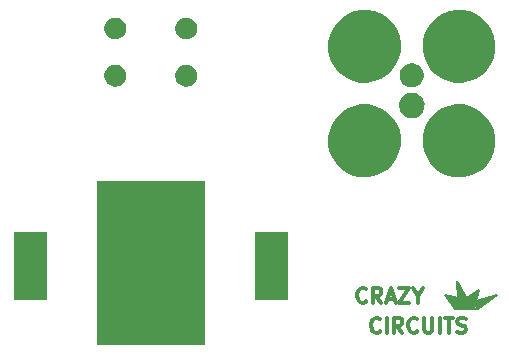
<source format=gts>
%TF.GenerationSoftware,KiCad,Pcbnew,4.0.7-e2-6376~58~ubuntu16.04.1*%
%TF.CreationDate,2017-10-07T16:10:48-07:00*%
%TF.ProjectId,10mmLED-Button-Battery,31306D6D4C45442D427574746F6E2D42,v1.2*%
%TF.FileFunction,Soldermask,Top*%
%FSLAX46Y46*%
G04 Gerber Fmt 4.6, Leading zero omitted, Abs format (unit mm)*
G04 Created by KiCad (PCBNEW 4.0.7-e2-6376~58~ubuntu16.04.1) date Sat Oct  7 16:10:48 2017*
%MOMM*%
%LPD*%
G01*
G04 APERTURE LIST*
%ADD10C,0.350000*%
%ADD11C,0.317500*%
%ADD12C,0.152400*%
%ADD13C,0.254000*%
G04 APERTURE END LIST*
D10*
D11*
X57191124Y-58949771D02*
X57130648Y-59010248D01*
X56949219Y-59070724D01*
X56828267Y-59070724D01*
X56646839Y-59010248D01*
X56525886Y-58889295D01*
X56465410Y-58768343D01*
X56404934Y-58526438D01*
X56404934Y-58345010D01*
X56465410Y-58103105D01*
X56525886Y-57982152D01*
X56646839Y-57861200D01*
X56828267Y-57800724D01*
X56949219Y-57800724D01*
X57130648Y-57861200D01*
X57191124Y-57921676D01*
X57735410Y-59070724D02*
X57735410Y-57800724D01*
X59065886Y-59070724D02*
X58642553Y-58465962D01*
X58340172Y-59070724D02*
X58340172Y-57800724D01*
X58823981Y-57800724D01*
X58944934Y-57861200D01*
X59005410Y-57921676D01*
X59065886Y-58042629D01*
X59065886Y-58224057D01*
X59005410Y-58345010D01*
X58944934Y-58405486D01*
X58823981Y-58465962D01*
X58340172Y-58465962D01*
X60335886Y-58949771D02*
X60275410Y-59010248D01*
X60093981Y-59070724D01*
X59973029Y-59070724D01*
X59791601Y-59010248D01*
X59670648Y-58889295D01*
X59610172Y-58768343D01*
X59549696Y-58526438D01*
X59549696Y-58345010D01*
X59610172Y-58103105D01*
X59670648Y-57982152D01*
X59791601Y-57861200D01*
X59973029Y-57800724D01*
X60093981Y-57800724D01*
X60275410Y-57861200D01*
X60335886Y-57921676D01*
X60880172Y-57800724D02*
X60880172Y-58828819D01*
X60940648Y-58949771D01*
X61001124Y-59010248D01*
X61122077Y-59070724D01*
X61363981Y-59070724D01*
X61484934Y-59010248D01*
X61545410Y-58949771D01*
X61605886Y-58828819D01*
X61605886Y-57800724D01*
X62210648Y-59070724D02*
X62210648Y-57800724D01*
X62633981Y-57800724D02*
X63359696Y-57800724D01*
X62996839Y-59070724D02*
X62996839Y-57800724D01*
X63722553Y-59010248D02*
X63903981Y-59070724D01*
X64206362Y-59070724D01*
X64327315Y-59010248D01*
X64387791Y-58949771D01*
X64448267Y-58828819D01*
X64448267Y-58707867D01*
X64387791Y-58586914D01*
X64327315Y-58526438D01*
X64206362Y-58465962D01*
X63964458Y-58405486D01*
X63843505Y-58345010D01*
X63783029Y-58284533D01*
X63722553Y-58163581D01*
X63722553Y-58042629D01*
X63783029Y-57921676D01*
X63843505Y-57861200D01*
X63964458Y-57800724D01*
X64266838Y-57800724D01*
X64448267Y-57861200D01*
X56014862Y-56409771D02*
X55954386Y-56470248D01*
X55772957Y-56530724D01*
X55652005Y-56530724D01*
X55470577Y-56470248D01*
X55349624Y-56349295D01*
X55289148Y-56228343D01*
X55228672Y-55986438D01*
X55228672Y-55805010D01*
X55289148Y-55563105D01*
X55349624Y-55442152D01*
X55470577Y-55321200D01*
X55652005Y-55260724D01*
X55772957Y-55260724D01*
X55954386Y-55321200D01*
X56014862Y-55381676D01*
X57284862Y-56530724D02*
X56861529Y-55925962D01*
X56559148Y-56530724D02*
X56559148Y-55260724D01*
X57042957Y-55260724D01*
X57163910Y-55321200D01*
X57224386Y-55381676D01*
X57284862Y-55502629D01*
X57284862Y-55684057D01*
X57224386Y-55805010D01*
X57163910Y-55865486D01*
X57042957Y-55925962D01*
X56559148Y-55925962D01*
X57768672Y-56167867D02*
X58373434Y-56167867D01*
X57647719Y-56530724D02*
X58071053Y-55260724D01*
X58494386Y-56530724D01*
X58796767Y-55260724D02*
X59643433Y-55260724D01*
X58796767Y-56530724D01*
X59643433Y-56530724D01*
X60369148Y-55925962D02*
X60369148Y-56530724D01*
X59945814Y-55260724D02*
X60369148Y-55925962D01*
X60792481Y-55260724D01*
D12*
X66586100Y-56019700D02*
X65443100Y-56972200D01*
X65252600Y-56972200D02*
X66586100Y-56019700D01*
X66205100Y-56146700D02*
X65252600Y-56972200D01*
X65125600Y-56908700D02*
X66205100Y-56146700D01*
X66014600Y-56210200D02*
X65125600Y-56908700D01*
X64871600Y-56972200D02*
X66014600Y-56210200D01*
X65697100Y-56337200D02*
X64871600Y-56972200D01*
X64744600Y-56908700D02*
X65697100Y-56337200D01*
X65506600Y-56337200D02*
X64744600Y-56908700D01*
X64744600Y-56781700D02*
X65506600Y-56337200D01*
X65252600Y-56337200D02*
X64744600Y-56781700D01*
X64681100Y-56654700D02*
X65252600Y-56337200D01*
X65252600Y-56146700D02*
X64681100Y-56654700D01*
X65252600Y-56019700D02*
X64617600Y-56527700D01*
X65379600Y-55829200D02*
X64554100Y-56400700D01*
X65379600Y-55702200D02*
X64554100Y-56273700D01*
D13*
X63538100Y-56908700D02*
X62903100Y-56019700D01*
D12*
X65443100Y-57035700D02*
X63474600Y-57035700D01*
X67030600Y-55892700D02*
X65443100Y-57035700D01*
X65252600Y-56337200D02*
X67030600Y-55892700D01*
X65570100Y-55448200D02*
X65252600Y-56337200D01*
X64490600Y-56146700D02*
X65570100Y-55448200D01*
X63665100Y-54686200D02*
X64490600Y-56210200D01*
X63728600Y-56083200D02*
X63665100Y-54686200D01*
X62649100Y-55829200D02*
X63728600Y-56083200D01*
X63474600Y-57035700D02*
X62649100Y-55829200D01*
D13*
X63728600Y-56908700D02*
X63093600Y-56019700D01*
X63919100Y-56908700D02*
X63347600Y-56083200D01*
X64046100Y-56908700D02*
X63601600Y-56146700D01*
X64300100Y-56908700D02*
X63855600Y-56083200D01*
X64490600Y-56908700D02*
X63919100Y-55829200D01*
X64681100Y-56908700D02*
X63792100Y-55194200D01*
X63855600Y-55892700D02*
X63792100Y-55067200D01*
D10*
G36*
X42349000Y-60137400D02*
X33196600Y-60137400D01*
X33196600Y-46185000D01*
X42349000Y-46185000D01*
X42349000Y-60137400D01*
X42349000Y-60137400D01*
G37*
G36*
X49345000Y-56271400D02*
X46592600Y-56271400D01*
X46592600Y-50559000D01*
X49345000Y-50559000D01*
X49345000Y-56271400D01*
X49345000Y-56271400D01*
G37*
G36*
X28945000Y-56271400D02*
X26192600Y-56271400D01*
X26192600Y-50559000D01*
X28945000Y-50559000D01*
X28945000Y-56271400D01*
X28945000Y-56271400D01*
G37*
G36*
X64178710Y-39736547D02*
X64769655Y-39857851D01*
X65325798Y-40091632D01*
X65825934Y-40428978D01*
X66251021Y-40857043D01*
X66584866Y-41359521D01*
X66814756Y-41917276D01*
X66931864Y-42508714D01*
X66931864Y-42508724D01*
X66931931Y-42509063D01*
X66922310Y-43198116D01*
X66922233Y-43198454D01*
X66922233Y-43198462D01*
X66788657Y-43786401D01*
X66543285Y-44337516D01*
X66195537Y-44830478D01*
X65758662Y-45246509D01*
X65249300Y-45569761D01*
X64686854Y-45787919D01*
X64092747Y-45892676D01*
X63489603Y-45880042D01*
X62900400Y-45750497D01*
X62347582Y-45508977D01*
X61852207Y-45164682D01*
X61433137Y-44730723D01*
X61106338Y-44223630D01*
X60884256Y-43662714D01*
X60775355Y-43069358D01*
X60783777Y-42466141D01*
X60909206Y-41876047D01*
X61146859Y-41321558D01*
X61487691Y-40823788D01*
X61918712Y-40401700D01*
X62423513Y-40071368D01*
X62982859Y-39845377D01*
X63575445Y-39732336D01*
X64178710Y-39736547D01*
X64178710Y-39736547D01*
G37*
G36*
X56178710Y-39736547D02*
X56769655Y-39857851D01*
X57325798Y-40091632D01*
X57825934Y-40428978D01*
X58251021Y-40857043D01*
X58584866Y-41359521D01*
X58814756Y-41917276D01*
X58931864Y-42508714D01*
X58931864Y-42508724D01*
X58931931Y-42509063D01*
X58922310Y-43198116D01*
X58922233Y-43198454D01*
X58922233Y-43198462D01*
X58788657Y-43786401D01*
X58543285Y-44337516D01*
X58195537Y-44830478D01*
X57758662Y-45246509D01*
X57249300Y-45569761D01*
X56686854Y-45787919D01*
X56092747Y-45892676D01*
X55489603Y-45880042D01*
X54900400Y-45750497D01*
X54347582Y-45508977D01*
X53852207Y-45164682D01*
X53433137Y-44730723D01*
X53106338Y-44223630D01*
X52884256Y-43662714D01*
X52775355Y-43069358D01*
X52783777Y-42466141D01*
X52909206Y-41876047D01*
X53146859Y-41321558D01*
X53487691Y-40823788D01*
X53918712Y-40401700D01*
X54423513Y-40071368D01*
X54982859Y-39845377D01*
X55575445Y-39732336D01*
X56178710Y-39736547D01*
X56178710Y-39736547D01*
G37*
G36*
X59968642Y-38735215D02*
X60175377Y-38777652D01*
X60369947Y-38859441D01*
X60544918Y-38977461D01*
X60693633Y-39127218D01*
X60810427Y-39303008D01*
X60890853Y-39498136D01*
X60931778Y-39704824D01*
X60931778Y-39704829D01*
X60931846Y-39705173D01*
X60928480Y-39946236D01*
X60928403Y-39946574D01*
X60928403Y-39946583D01*
X60881722Y-40152049D01*
X60795881Y-40344852D01*
X60674221Y-40517315D01*
X60521382Y-40662862D01*
X60343184Y-40775950D01*
X60146410Y-40852273D01*
X59938567Y-40888922D01*
X59727557Y-40884502D01*
X59521425Y-40839181D01*
X59328022Y-40754685D01*
X59154719Y-40634236D01*
X59008108Y-40482417D01*
X58893778Y-40305010D01*
X58816081Y-40108772D01*
X58777984Y-39901192D01*
X58780930Y-39690158D01*
X58824811Y-39483713D01*
X58907953Y-39289728D01*
X59027193Y-39115583D01*
X59177984Y-38967917D01*
X59354588Y-38852351D01*
X59550275Y-38773288D01*
X59757587Y-38733742D01*
X59968642Y-38735215D01*
X59968642Y-38735215D01*
G37*
G36*
X59963390Y-36245181D02*
X60160521Y-36285647D01*
X60346051Y-36363637D01*
X60512892Y-36476173D01*
X60654698Y-36618972D01*
X60766066Y-36786595D01*
X60842756Y-36972658D01*
X60881776Y-37169727D01*
X60881776Y-37169732D01*
X60881844Y-37170076D01*
X60878634Y-37399939D01*
X60878557Y-37400277D01*
X60878557Y-37400286D01*
X60834049Y-37596190D01*
X60752196Y-37780035D01*
X60636188Y-37944486D01*
X60490450Y-38083271D01*
X60320531Y-38191105D01*
X60132899Y-38263882D01*
X59934712Y-38298828D01*
X59733505Y-38294613D01*
X59536951Y-38251399D01*
X59352533Y-38170828D01*
X59187282Y-38055975D01*
X59047482Y-37911209D01*
X58938464Y-37742045D01*
X58864377Y-37554924D01*
X58828049Y-37356988D01*
X58830858Y-37155758D01*
X58872702Y-36958905D01*
X58951980Y-36773932D01*
X59065680Y-36607878D01*
X59209465Y-36467073D01*
X59377865Y-36356876D01*
X59564460Y-36281486D01*
X59762140Y-36243777D01*
X59963390Y-36245181D01*
X59963390Y-36245181D01*
G37*
G36*
X34855487Y-36378216D02*
X35033408Y-36414738D01*
X35200859Y-36485128D01*
X35351442Y-36586698D01*
X35479430Y-36715582D01*
X35579944Y-36866870D01*
X35649163Y-37034806D01*
X35684373Y-37212628D01*
X35684373Y-37212643D01*
X35684440Y-37212982D01*
X35681543Y-37420446D01*
X35681467Y-37420780D01*
X35681467Y-37420793D01*
X35641303Y-37597573D01*
X35567427Y-37763503D01*
X35462724Y-37911928D01*
X35331186Y-38037189D01*
X35177824Y-38134517D01*
X35008480Y-38200201D01*
X34829604Y-38231742D01*
X34648005Y-38227937D01*
X34470603Y-38188933D01*
X34304156Y-38116214D01*
X34155008Y-38012554D01*
X34028832Y-37881895D01*
X33930437Y-37729214D01*
X33863569Y-37560328D01*
X33830782Y-37381681D01*
X33833317Y-37200060D01*
X33871083Y-37022389D01*
X33942636Y-36855441D01*
X34045256Y-36705569D01*
X34175030Y-36578485D01*
X34327020Y-36479026D01*
X34495432Y-36410983D01*
X34673849Y-36376948D01*
X34855487Y-36378216D01*
X34855487Y-36378216D01*
G37*
G36*
X40855487Y-36378216D02*
X41033408Y-36414738D01*
X41200859Y-36485128D01*
X41351442Y-36586698D01*
X41479430Y-36715582D01*
X41579944Y-36866870D01*
X41649163Y-37034806D01*
X41684373Y-37212628D01*
X41684373Y-37212643D01*
X41684440Y-37212982D01*
X41681543Y-37420446D01*
X41681467Y-37420780D01*
X41681467Y-37420793D01*
X41641303Y-37597573D01*
X41567427Y-37763503D01*
X41462724Y-37911928D01*
X41331186Y-38037189D01*
X41177824Y-38134517D01*
X41008480Y-38200201D01*
X40829604Y-38231742D01*
X40648005Y-38227937D01*
X40470603Y-38188933D01*
X40304156Y-38116214D01*
X40155008Y-38012554D01*
X40028832Y-37881895D01*
X39930437Y-37729214D01*
X39863569Y-37560328D01*
X39830782Y-37381681D01*
X39833317Y-37200060D01*
X39871083Y-37022389D01*
X39942636Y-36855441D01*
X40045256Y-36705569D01*
X40175030Y-36578485D01*
X40327020Y-36479026D01*
X40495432Y-36410983D01*
X40673849Y-36376948D01*
X40855487Y-36378216D01*
X40855487Y-36378216D01*
G37*
G36*
X64178710Y-31736547D02*
X64769655Y-31857851D01*
X65325798Y-32091632D01*
X65825934Y-32428978D01*
X66251021Y-32857043D01*
X66584866Y-33359521D01*
X66814756Y-33917276D01*
X66931864Y-34508714D01*
X66931864Y-34508724D01*
X66931931Y-34509063D01*
X66922310Y-35198116D01*
X66922233Y-35198454D01*
X66922233Y-35198462D01*
X66788657Y-35786401D01*
X66543285Y-36337516D01*
X66195537Y-36830478D01*
X65758662Y-37246509D01*
X65249300Y-37569761D01*
X64686854Y-37787919D01*
X64092747Y-37892676D01*
X63489603Y-37880042D01*
X62900400Y-37750497D01*
X62347582Y-37508977D01*
X61852207Y-37164682D01*
X61433137Y-36730723D01*
X61106338Y-36223630D01*
X60884256Y-35662714D01*
X60775355Y-35069358D01*
X60783777Y-34466141D01*
X60909206Y-33876047D01*
X61146859Y-33321558D01*
X61487691Y-32823788D01*
X61918712Y-32401700D01*
X62423513Y-32071368D01*
X62982859Y-31845377D01*
X63575445Y-31732336D01*
X64178710Y-31736547D01*
X64178710Y-31736547D01*
G37*
G36*
X56178710Y-31736547D02*
X56769655Y-31857851D01*
X57325798Y-32091632D01*
X57825934Y-32428978D01*
X58251021Y-32857043D01*
X58584866Y-33359521D01*
X58814756Y-33917276D01*
X58931864Y-34508714D01*
X58931864Y-34508724D01*
X58931931Y-34509063D01*
X58922310Y-35198116D01*
X58922233Y-35198454D01*
X58922233Y-35198462D01*
X58788657Y-35786401D01*
X58543285Y-36337516D01*
X58195537Y-36830478D01*
X57758662Y-37246509D01*
X57249300Y-37569761D01*
X56686854Y-37787919D01*
X56092747Y-37892676D01*
X55489603Y-37880042D01*
X54900400Y-37750497D01*
X54347582Y-37508977D01*
X53852207Y-37164682D01*
X53433137Y-36730723D01*
X53106338Y-36223630D01*
X52884256Y-35662714D01*
X52775355Y-35069358D01*
X52783777Y-34466141D01*
X52909206Y-33876047D01*
X53146859Y-33321558D01*
X53487691Y-32823788D01*
X53918712Y-32401700D01*
X54423513Y-32071368D01*
X54982859Y-31845377D01*
X55575445Y-31732336D01*
X56178710Y-31736547D01*
X56178710Y-31736547D01*
G37*
G36*
X40855487Y-32378216D02*
X41033408Y-32414738D01*
X41200859Y-32485128D01*
X41351442Y-32586698D01*
X41479430Y-32715582D01*
X41579944Y-32866870D01*
X41649163Y-33034806D01*
X41684373Y-33212628D01*
X41684373Y-33212643D01*
X41684440Y-33212982D01*
X41681543Y-33420446D01*
X41681467Y-33420780D01*
X41681467Y-33420793D01*
X41641303Y-33597573D01*
X41567427Y-33763503D01*
X41462724Y-33911928D01*
X41331186Y-34037189D01*
X41177824Y-34134517D01*
X41008480Y-34200201D01*
X40829604Y-34231742D01*
X40648005Y-34227937D01*
X40470603Y-34188933D01*
X40304156Y-34116214D01*
X40155008Y-34012554D01*
X40028832Y-33881895D01*
X39930437Y-33729214D01*
X39863569Y-33560328D01*
X39830782Y-33381681D01*
X39833317Y-33200060D01*
X39871083Y-33022389D01*
X39942636Y-32855441D01*
X40045256Y-32705569D01*
X40175030Y-32578485D01*
X40327020Y-32479026D01*
X40495432Y-32410983D01*
X40673849Y-32376948D01*
X40855487Y-32378216D01*
X40855487Y-32378216D01*
G37*
G36*
X34855487Y-32378216D02*
X35033408Y-32414738D01*
X35200859Y-32485128D01*
X35351442Y-32586698D01*
X35479430Y-32715582D01*
X35579944Y-32866870D01*
X35649163Y-33034806D01*
X35684373Y-33212628D01*
X35684373Y-33212643D01*
X35684440Y-33212982D01*
X35681543Y-33420446D01*
X35681467Y-33420780D01*
X35681467Y-33420793D01*
X35641303Y-33597573D01*
X35567427Y-33763503D01*
X35462724Y-33911928D01*
X35331186Y-34037189D01*
X35177824Y-34134517D01*
X35008480Y-34200201D01*
X34829604Y-34231742D01*
X34648005Y-34227937D01*
X34470603Y-34188933D01*
X34304156Y-34116214D01*
X34155008Y-34012554D01*
X34028832Y-33881895D01*
X33930437Y-33729214D01*
X33863569Y-33560328D01*
X33830782Y-33381681D01*
X33833317Y-33200060D01*
X33871083Y-33022389D01*
X33942636Y-32855441D01*
X34045256Y-32705569D01*
X34175030Y-32578485D01*
X34327020Y-32479026D01*
X34495432Y-32410983D01*
X34673849Y-32376948D01*
X34855487Y-32378216D01*
X34855487Y-32378216D01*
G37*
M02*

</source>
